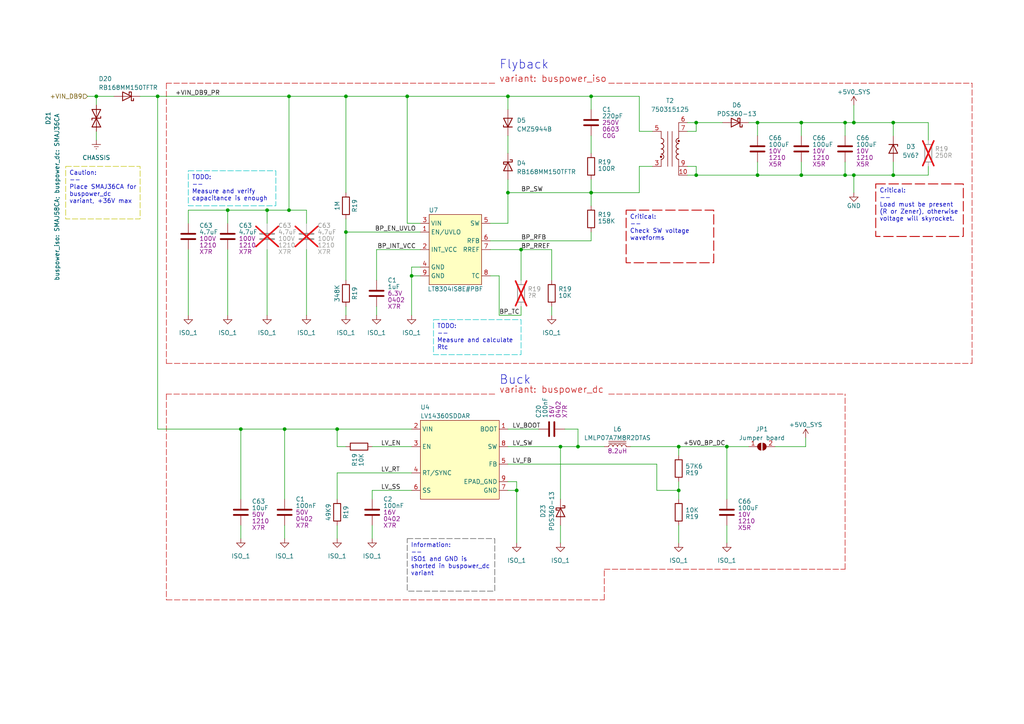
<source format=kicad_sch>
(kicad_sch (version 20230121) (generator eeschema)
  (paper "A4")
  (lib_symbols
    (symbol "Device:C" (pin_numbers hide) (pin_names (offset 0.254))
      (property "Reference" "C" (at 0.635 2.54 0))
      (property "Value" "C" (at 0.635 -2.54 0))
      (symbol "C_0_1"
        (polyline (pts (xy -2.032 -0.762) (xy 2.032 -0.762)) (stroke (width 0.508)))
        (polyline (pts (xy -2.032 0.762) (xy 2.032 0.762)) (stroke (width 0.508)))
      )
      (symbol "C_1_1"
        (pin passive line (at 0 3.81 270) (length 2.794) (name "~") (number "1"))
        (pin passive line (at 0 -3.81 90) (length 2.794) (name "~") (number "2"))
      )
    )
    (symbol "Device:D_Schottky" (pin_numbers hide) (pin_names (offset 1.016) hide)
      (property "Reference" "D" (at 0 2.54 0))
      (property "Value" "D_Schottky" (at 0 -2.54 0))
      (symbol "D_Schottky_0_1"
        (polyline (pts (xy 1.27 0) (xy -1.27 0)))
        (polyline (pts (xy 1.27 1.27) (xy 1.27 -1.27) (xy -1.27 0) (xy 1.27 1.27)) (stroke (width 0.254)))
        (polyline (pts (xy -1.905 0.635) (xy -1.905 1.27) (xy -1.27 1.27) (xy -1.27 -1.27) (xy -0.635 -1.27) (xy -0.635 -0.635)) (stroke (width 0.254)))
      )
      (symbol "D_Schottky_1_1"
        (pin passive line (at -3.81 0 0) (length 2.54) (name "K") (number "1"))
        (pin passive line (at 3.81 0 180) (length 2.54) (name "A") (number "2"))
      )
    )
    (symbol "Device:D_TVS" (pin_numbers hide) (pin_names (offset 1.016) hide)
      (property "Reference" "D" (at 0 2.54 0))
      (property "Value" "D_TVS" (at 0 -2.54 0))
      (symbol "D_TVS_0_1"
        (polyline (pts (xy 1.27 0) (xy -1.27 0)))
        (polyline (pts (xy 0.508 1.27) (xy 0 1.27) (xy 0 -1.27) (xy -0.508 -1.27)) (stroke (width 0.254)))
        (polyline (pts (xy -2.54 1.27) (xy -2.54 -1.27) (xy 2.54 1.27) (xy 2.54 -1.27) (xy -2.54 1.27)) (stroke (width 0.254)))
      )
      (symbol "D_TVS_1_1"
        (pin passive line (at -3.81 0 0) (length 2.54) (name "A1") (number "1"))
        (pin passive line (at 3.81 0 180) (length 2.54) (name "A2") (number "2"))
      )
    )
    (symbol "Device:D_Zener" (pin_numbers hide) (pin_names (offset 1.016) hide)
      (property "Reference" "D" (at 0 2.54 0))
      (property "Value" "D_Zener" (at 0 -2.54 0))
      (symbol "D_Zener_0_1"
        (polyline (pts (xy 1.27 0) (xy -1.27 0)))
        (polyline (pts (xy -1.27 -1.27) (xy -1.27 1.27) (xy -0.762 1.27)) (stroke (width 0.254)))
        (polyline (pts (xy 1.27 -1.27) (xy 1.27 1.27) (xy -1.27 0) (xy 1.27 -1.27)) (stroke (width 0.254)))
      )
      (symbol "D_Zener_1_1"
        (pin passive line (at -3.81 0 0) (length 2.54) (name "K") (number "1"))
        (pin passive line (at 3.81 0 180) (length 2.54) (name "A") (number "2"))
      )
    )
    (symbol "Device:L_Iron" (pin_numbers hide) (pin_names (offset 1.016) hide)
      (property "Reference" "L" (at -1.27 0 90))
      (property "Value" "L_Iron" (at 2.794 0 90))
      (symbol "L_Iron_0_1"
        (arc (start 0 -2.54) (mid 0.6323 -1.905) (end 0 -1.27))
        (arc (start 0 -1.27) (mid 0.6323 -0.635) (end 0 0))
        (polyline (pts (xy 1.016 2.54) (xy 1.016 -2.54)))
        (polyline (pts (xy 1.524 -2.54) (xy 1.524 2.54)))
        (arc (start 0 0) (mid 0.6323 0.635) (end 0 1.27))
        (arc (start 0 1.27) (mid 0.6323 1.905) (end 0 2.54))
      )
      (symbol "L_Iron_1_1"
        (pin passive line (at 0 3.81 270) (length 1.27) (name "1") (number "1"))
        (pin passive line (at 0 -3.81 90) (length 1.27) (name "2") (number "2"))
      )
    )
    (symbol "Device:R" (pin_numbers hide) (pin_names (offset 0))
      (property "Reference" "R" (at 2.032 0 90))
      (property "Value" "R" (at 0 0 90))
      (symbol "R_0_1"
        (rectangle (start -1.016 -2.54) (end 1.016 2.54) (stroke (width 0.254)))
      )
      (symbol "R_1_1"
        (pin passive line (at 0 3.81 270) (length 1.27) (name "~") (number "1"))
        (pin passive line (at 0 -3.81 90) (length 1.27) (name "~") (number "2"))
      )
    )
    (symbol "Jumper:SolderJumper_2_Open" (pin_names (offset 0) hide)
      (property "Reference" "JP" (at 0 2.032 0))
      (property "Value" "SolderJumper_2_Open" (at 0 -2.54 0))
      (symbol "SolderJumper_2_Open_0_1"
        (arc (start -0.254 1.016) (mid -1.2656 0) (end -0.254 -1.016))
        (arc (start -0.254 1.016) (mid -1.2656 0) (end -0.254 -1.016) (fill (type outline)))
        (polyline (pts (xy -0.254 1.016) (xy -0.254 -1.016)))
        (polyline (pts (xy 0.254 1.016) (xy 0.254 -1.016)))
        (arc (start 0.254 -1.016) (mid 1.2656 0) (end 0.254 1.016))
        (arc (start 0.254 -1.016) (mid 1.2656 0) (end 0.254 1.016) (fill (type outline)))
      )
      (symbol "SolderJumper_2_Open_1_1"
        (pin passive line (at -3.81 0 0) (length 2.54) (name "A") (number "1"))
        (pin passive line (at 3.81 0 180) (length 2.54) (name "B") (number "2"))
      )
    )
    (symbol "power:GND" (power) (pin_names (offset 0))
      (property "Value" "GND" (at 0 -3.81 0))
      (symbol "GND_0_1"
        (polyline (pts (xy 0 0) (xy 0 -1.27) (xy 1.27 -1.27) (xy 0 -2.54) (xy -1.27 -1.27) (xy 0 -1.27)))
      )
      (symbol "GND_1_1"
        (pin power_in line (at 0 0 270) (length 0) hide (name "GND") (number "1"))
      )
    )
    (symbol "vhrd_pmic_regulator:LT8304"
      (property "Reference" "U" (at 1.27 1.27 0))
      (property "Value" "LT8304IS8E#PBF" (at 11.43 1.27 0))
      (property "Description" "100VIN Micropower No-Opto Isolated Flyback Converter with 150V/2A Switch" (at 6.35 -25.4 0))
      (symbol "LT8304_1_0"
        (rectangle (start 0 0) (end 15.24 -20.32) (fill (type background)))
      )
      (symbol "LT8304_1_1"
        (pin input line (at -2.54 -5.08 0) (length 2.54) (name "EN/UVLO") (number "1"))
        (pin passive line (at -2.54 -10.16 0) (length 2.54) (name "INT_VCC") (number "2"))
        (pin power_in line (at -2.54 -2.54 0) (length 2.54) (name "VIN") (number "3"))
        (pin power_in line (at -2.54 -15.24 0) (length 2.54) (name "GND") (number "4"))
        (pin output line (at 17.78 -2.54 180) (length 2.54) (name "SW") (number "5"))
        (pin input line (at 17.78 -7.62 180) (length 2.54) (name "RFB") (number "6"))
        (pin input line (at 17.78 -10.16 180) (length 2.54) (name "RREF") (number "7"))
        (pin output line (at 17.78 -17.78 180) (length 2.54) (name "TC") (number "8"))
        (pin power_in line (at -2.54 -17.78 0) (length 2.54) (name "GND") (number "9"))
      )
    )
    (symbol "vhrd_pmic_regulator:LV14360SDDAR"
      (property "Reference" "U" (at 0 5.08 0))
      (property "Value" "LV14360SDDAR" (at 0 2.54 0))
      (symbol "LV14360SDDAR_1_1"
        (rectangle (start 0 0) (end 22.86 -22.86) (fill (type background)))
        (pin passive line (at 25.4 -2.54 180) (length 2.54) (name "BOOT") (number "1"))
        (pin power_in line (at -2.54 -2.54 0) (length 2.54) (name "VIN") (number "2"))
        (pin input line (at -2.54 -7.62 0) (length 2.54) (name "EN") (number "3"))
        (pin input line (at -2.54 -15.24 0) (length 2.54) (name "RT/SYNC") (number "4"))
        (pin input line (at 25.4 -12.7 180) (length 2.54) (name "FB") (number "5"))
        (pin input line (at -2.54 -20.32 0) (length 2.54) (name "SS") (number "6"))
        (pin power_in line (at 25.4 -20.32 180) (length 2.54) (name "GND") (number "7"))
        (pin power_out line (at 25.4 -7.62 180) (length 2.54) (name "SW") (number "8"))
        (pin power_in line (at 25.4 -17.78 180) (length 2.54) (name "EPAD_GND") (number "9"))
      )
    )
    (symbol "vhrd_power:+5V0_SYS" (power) (pin_names (offset 0))
      (property "Value" "+5V0_SYS" (at 0 3.81 0))
      (symbol "+5V0_SYS_0_1"
        (polyline (pts (xy -0.762 1.27) (xy 0 2.54)))
        (polyline (pts (xy 0 0) (xy 0 2.54)))
        (polyline (pts (xy 0 2.54) (xy 0.762 1.27)))
      )
      (symbol "+5V0_SYS_1_1"
        (pin power_in line (at 0 0 90) (length 0) hide (name "+5V0_SYS") (number "1"))
      )
    )
    (symbol "vhrd_power:CHASSIS" (power) (pin_names (offset 0))
      (property "Value" "CHASSIS" (at 0 -3.81 0))
      (symbol "CHASSIS_0_1"
        (polyline (pts (xy -0.635 -1.905) (xy 0.635 -1.905)))
        (polyline (pts (xy -0.127 -2.54) (xy 0.127 -2.54)))
        (polyline (pts (xy 0 -1.27) (xy 0 0)))
        (polyline (pts (xy 1.27 -1.27) (xy -1.27 -1.27)))
      )
      (symbol "CHASSIS_1_1"
        (pin power_in line (at 0 0 270) (length 0) hide (name "CHASSIS") (number "1"))
      )
    )
    (symbol "vhrd_power:ISO_1" (power) (pin_names (offset 0))
      (property "Value" "ISO_1" (at 0 -3.81 0))
      (symbol "ISO_1_0_1"
        (polyline (pts (xy 0 0) (xy 0 -1.27) (xy 1.27 -1.27) (xy 0 -2.54) (xy -1.27 -1.27) (xy 0 -1.27)))
      )
      (symbol "ISO_1_1_1"
        (pin power_in line (at 0 0 270) (length 0) hide (name "ISO_1") (number "1"))
      )
    )
    (symbol "vhrd_transformer:750315125"
      (property "Reference" "T" (at 0 0 0))
      (property "Value" "750315125" (at 0 0 0))
      (symbol "750315125_0_1"
        (circle (center -0.0254 -12.446) (radius 0.254) (fill (type outline)))
        (arc (start 0 -13.208) (mid 0.7587 -12.446) (end 0 -11.684) (stroke (width 0.2032)))
        (arc (start 0 -11.684) (mid 0.7587 -10.922) (end 0 -10.16) (stroke (width 0.2032)))
        (arc (start 0 -10.16) (mid 0.7587 -9.398) (end 0 -8.636) (stroke (width 0.2032)))
        (arc (start 0 -8.636) (mid 0.7587 -7.874) (end 0 -7.112) (stroke (width 0.2032)))
        (polyline (pts (xy 0 -15.24) (xy 0 -13.208)))
        (polyline (pts (xy 0 -7.112) (xy 0 -5.08)))
        (polyline (pts (xy 1.905 -15.24) (xy 1.905 -5.08)))
        (polyline (pts (xy 3.175 -15.24) (xy 3.175 -5.08)))
        (polyline (pts (xy 5.08 -17.78) (xy 5.08 -13.208)))
        (polyline (pts (xy 5.08 -7.112) (xy 5.08 -2.54)))
        (arc (start 5.08 -10.16) (mid 4.321 -10.922) (end 5.08 -11.684) (stroke (width 0.2032)))
        (arc (start 5.08 -8.636) (mid 4.321 -9.398) (end 5.08 -10.16) (stroke (width 0.2032)))
        (circle (center 5.08 -7.874) (radius 0.254) (fill (type outline)))
        (arc (start 5.08 -7.112) (mid 4.321 -7.874) (end 5.08 -8.636) (stroke (width 0.2032)))
      )
      (symbol "750315125_1_1"
        (arc (start 5.08 -11.684) (mid 4.321 -12.446) (end 5.08 -13.208) (stroke (width 0.2032)))
        (pin passive line (at 7.62 -17.78 180) (length 2.54) (name "~") (number "10"))
        (pin passive line (at -2.54 -15.24 0) (length 2.54) (name "~") (number "3"))
        (pin passive line (at -2.54 -5.08 0) (length 2.54) (name "~") (number "5"))
        (pin passive line (at 7.62 -2.54 180) (length 2.54) (name "~") (number "6"))
        (pin passive line (at 7.62 -5.08 180) (length 2.54) (name "~") (number "7"))
        (pin passive line (at 7.62 -15.24 180) (length 2.54) (name "~") (number "9"))
      )
    )
  )
  (junction (at 219.71 35.56))
  (junction (at 247.65 50.8))
  (junction (at 66.04 60.96))
  (junction (at 82.55 124.46))
  (junction (at 210.82 129.54))
  (junction (at 77.47 60.96))
  (junction (at 149.86 142.24))
  (junction (at 245.11 35.56))
  (junction (at 45.72 27.94))
  (junction (at 219.71 50.8))
  (junction (at 167.64 129.54))
  (junction (at 83.82 27.94))
  (junction (at 27.94 27.94))
  (junction (at 118.11 27.94))
  (junction (at 232.41 50.8))
  (junction (at 196.85 129.54))
  (junction (at 97.79 124.46))
  (junction (at 171.45 55.88))
  (junction (at 119.38 80.01))
  (junction (at 83.82 60.96))
  (junction (at 232.41 35.56))
  (junction (at 100.33 27.94))
  (junction (at 100.33 67.31))
  (junction (at 259.08 35.56))
  (junction (at 151.13 72.39))
  (junction (at 201.93 35.56))
  (junction (at 69.85 124.46))
  (junction (at 201.93 50.8))
  (junction (at 147.32 27.94))
  (junction (at 162.56 129.54))
  (junction (at 259.08 50.8))
  (junction (at 171.45 27.94))
  (junction (at 245.11 50.8))
  (junction (at 247.65 35.56))
  (junction (at 196.85 142.24))
  (junction (at 147.32 55.88))
  (wire (pts (xy 245.11 35.56) (xy 247.65 35.56)))
  (wire (pts (xy 151.13 72.39) (xy 151.13 81.28)))
  (wire (pts (xy 147.32 39.37) (xy 147.32 44.45)))
  (wire (pts (xy 77.47 60.96) (xy 77.47 64.77)))
  (polyline (pts (xy 48.26 173.99) (xy 175.26 173.99)) (stroke (width 0) (type dash) (color 194 0 0 1)))
  (wire (pts (xy 245.11 35.56) (xy 245.11 39.37)))
  (wire (pts (xy 201.93 38.1) (xy 201.93 35.56)))
  (wire (pts (xy 147.32 134.62) (xy 190.5 134.62)))
  (wire (pts (xy 247.65 50.8) (xy 245.11 50.8)))
  (wire (pts (xy 269.24 35.56) (xy 259.08 35.56)))
  (wire (pts (xy 69.85 152.4) (xy 69.85 156.21)))
  (wire (pts (xy 162.56 152.4) (xy 162.56 157.48)))
  (wire (pts (xy 88.9 64.77) (xy 88.9 60.96)))
  (wire (pts (xy 77.47 72.39) (xy 77.47 91.44)))
  (wire (pts (xy 232.41 46.99) (xy 232.41 50.8)))
  (wire (pts (xy 97.79 124.46) (xy 97.79 129.54)))
  (wire (pts (xy 190.5 142.24) (xy 196.85 142.24)))
  (wire (pts (xy 269.24 50.8) (xy 259.08 50.8)))
  (wire (pts (xy 66.04 60.96) (xy 77.47 60.96)))
  (wire (pts (xy 160.02 72.39) (xy 160.02 81.28)))
  (wire (pts (xy 97.79 137.16) (xy 119.38 137.16)))
  (wire (pts (xy 109.22 81.28) (xy 109.22 72.39)))
  (wire (pts (xy 171.45 27.94) (xy 185.42 27.94)))
  (wire (pts (xy 82.55 144.78) (xy 82.55 124.46)))
  (wire (pts (xy 82.55 124.46) (xy 97.79 124.46)))
  (wire (pts (xy 190.5 134.62) (xy 190.5 142.24)))
  (wire (pts (xy 196.85 152.4) (xy 196.85 157.48)))
  (wire (pts (xy 142.24 69.85) (xy 171.45 69.85)))
  (wire (pts (xy 171.45 27.94) (xy 147.32 27.94)))
  (wire (pts (xy 201.93 50.8) (xy 199.39 50.8)))
  (wire (pts (xy 269.24 40.64) (xy 269.24 35.56)))
  (wire (pts (xy 199.39 35.56) (xy 201.93 35.56)))
  (wire (pts (xy 33.02 27.94) (xy 27.94 27.94)))
  (wire (pts (xy 163.83 124.46) (xy 167.64 124.46)))
  (polyline (pts (xy 176.53 24.13) (xy 281.94 24.13)) (stroke (width 0) (type dash) (color 194 0 0 1)))
  (wire (pts (xy 171.45 55.88) (xy 185.42 55.88)))
  (wire (pts (xy 147.32 64.77) (xy 147.32 55.88)))
  (wire (pts (xy 109.22 72.39) (xy 121.92 72.39)))
  (wire (pts (xy 210.82 152.4) (xy 210.82 157.48)))
  (wire (pts (xy 219.71 46.99) (xy 219.71 50.8)))
  (wire (pts (xy 210.82 129.54) (xy 217.17 129.54)))
  (wire (pts (xy 88.9 72.39) (xy 88.9 91.44)))
  (wire (pts (xy 247.65 35.56) (xy 247.65 30.48)))
  (wire (pts (xy 144.78 91.44) (xy 151.13 91.44)))
  (wire (pts (xy 97.79 152.4) (xy 97.79 156.21)))
  (wire (pts (xy 259.08 35.56) (xy 247.65 35.56)))
  (wire (pts (xy 100.33 67.31) (xy 100.33 81.28)))
  (wire (pts (xy 45.72 27.94) (xy 83.82 27.94)))
  (wire (pts (xy 217.17 35.56) (xy 219.71 35.56)))
  (wire (pts (xy 54.61 64.77) (xy 54.61 60.96)))
  (polyline (pts (xy 48.26 105.41) (xy 281.94 105.41)) (stroke (width 0) (type dash) (color 194 0 0 1)))
  (wire (pts (xy 45.72 27.94) (xy 45.72 124.46)))
  (wire (pts (xy 171.45 31.75) (xy 171.45 27.94)))
  (polyline (pts (xy 48.26 24.13) (xy 48.26 105.41)) (stroke (width 0) (type dash) (color 194 0 0 1)))
  (wire (pts (xy 185.42 55.88) (xy 185.42 48.26)))
  (wire (pts (xy 40.64 27.94) (xy 45.72 27.94)))
  (wire (pts (xy 27.94 30.48) (xy 27.94 27.94)))
  (wire (pts (xy 54.61 60.96) (xy 66.04 60.96)))
  (wire (pts (xy 210.82 144.78) (xy 210.82 129.54)))
  (wire (pts (xy 66.04 60.96) (xy 66.04 64.77)))
  (wire (pts (xy 247.65 55.88) (xy 247.65 50.8)))
  (wire (pts (xy 171.45 52.07) (xy 171.45 55.88)))
  (wire (pts (xy 119.38 80.01) (xy 121.92 80.01)))
  (wire (pts (xy 171.45 69.85) (xy 171.45 67.31)))
  (wire (pts (xy 100.33 63.5) (xy 100.33 67.31)))
  (wire (pts (xy 162.56 129.54) (xy 162.56 144.78)))
  (wire (pts (xy 224.79 129.54) (xy 233.68 129.54)))
  (wire (pts (xy 118.11 27.94) (xy 147.32 27.94)))
  (wire (pts (xy 171.45 39.37) (xy 171.45 44.45)))
  (wire (pts (xy 182.88 129.54) (xy 196.85 129.54)))
  (wire (pts (xy 82.55 152.4) (xy 82.55 156.21)))
  (wire (pts (xy 147.32 55.88) (xy 171.45 55.88)))
  (wire (pts (xy 69.85 144.78) (xy 69.85 124.46)))
  (wire (pts (xy 149.86 142.24) (xy 147.32 142.24)))
  (polyline (pts (xy 175.26 173.99) (xy 175.26 165.1)) (stroke (width 0) (type dash) (color 194 0 0 1)))
  (wire (pts (xy 149.86 157.48) (xy 149.86 142.24)))
  (wire (pts (xy 66.04 72.39) (xy 66.04 91.44)))
  (wire (pts (xy 245.11 46.99) (xy 245.11 50.8)))
  (wire (pts (xy 88.9 60.96) (xy 83.82 60.96)))
  (wire (pts (xy 97.79 124.46) (xy 119.38 124.46)))
  (wire (pts (xy 185.42 48.26) (xy 189.23 48.26)))
  (wire (pts (xy 151.13 72.39) (xy 160.02 72.39)))
  (wire (pts (xy 259.08 50.8) (xy 247.65 50.8)))
  (wire (pts (xy 77.47 60.96) (xy 83.82 60.96)))
  (wire (pts (xy 196.85 129.54) (xy 196.85 132.08)))
  (wire (pts (xy 142.24 72.39) (xy 151.13 72.39)))
  (wire (pts (xy 27.94 38.1) (xy 27.94 40.64)))
  (wire (pts (xy 219.71 35.56) (xy 232.41 35.56)))
  (wire (pts (xy 69.85 124.46) (xy 82.55 124.46)))
  (polyline (pts (xy 281.94 105.41) (xy 281.94 24.13)) (stroke (width 0) (type dash) (color 194 0 0 1)))
  (wire (pts (xy 171.45 55.88) (xy 171.45 59.69)))
  (wire (pts (xy 119.38 80.01) (xy 119.38 91.44)))
  (wire (pts (xy 199.39 38.1) (xy 201.93 38.1)))
  (wire (pts (xy 25.4 27.94) (xy 27.94 27.94)))
  (wire (pts (xy 149.86 139.7) (xy 149.86 142.24)))
  (wire (pts (xy 245.11 50.8) (xy 232.41 50.8)))
  (wire (pts (xy 121.92 77.47) (xy 119.38 77.47)))
  (wire (pts (xy 109.22 88.9) (xy 109.22 91.44)))
  (wire (pts (xy 232.41 50.8) (xy 219.71 50.8)))
  (wire (pts (xy 107.95 129.54) (xy 119.38 129.54)))
  (wire (pts (xy 100.33 27.94) (xy 118.11 27.94)))
  (wire (pts (xy 147.32 55.88) (xy 147.32 52.07)))
  (wire (pts (xy 142.24 80.01) (xy 144.78 80.01)))
  (polyline (pts (xy 245.11 165.1) (xy 245.11 114.3)) (stroke (width 0) (type dash) (color 194 0 0 1)))
  (wire (pts (xy 45.72 124.46) (xy 69.85 124.46)))
  (polyline (pts (xy 48.26 114.3) (xy 48.26 173.99)) (stroke (width 0) (type dash) (color 194 0 0 1)))
  (wire (pts (xy 54.61 72.39) (xy 54.61 91.44)))
  (wire (pts (xy 201.93 35.56) (xy 209.55 35.56)))
  (wire (pts (xy 142.24 64.77) (xy 147.32 64.77)))
  (wire (pts (xy 233.68 129.54) (xy 233.68 127)))
  (wire (pts (xy 259.08 46.99) (xy 259.08 50.8)))
  (wire (pts (xy 121.92 64.77) (xy 118.11 64.77)))
  (wire (pts (xy 219.71 50.8) (xy 201.93 50.8)))
  (wire (pts (xy 147.32 124.46) (xy 156.21 124.46)))
  (wire (pts (xy 232.41 35.56) (xy 232.41 39.37)))
  (wire (pts (xy 199.39 48.26) (xy 201.93 48.26)))
  (wire (pts (xy 100.33 55.88) (xy 100.33 27.94)))
  (wire (pts (xy 100.33 88.9) (xy 100.33 91.44)))
  (wire (pts (xy 196.85 144.78) (xy 196.85 142.24)))
  (wire (pts (xy 259.08 39.37) (xy 259.08 35.56)))
  (wire (pts (xy 119.38 77.47) (xy 119.38 80.01)))
  (wire (pts (xy 196.85 129.54) (xy 210.82 129.54)))
  (polyline (pts (xy 143.51 114.3) (xy 48.26 114.3)) (stroke (width 0) (type dash) (color 194 0 0 1)))
  (polyline (pts (xy 175.26 165.1) (xy 245.11 165.1)) (stroke (width 0) (type dash) (color 194 0 0 1)))
  (wire (pts (xy 162.56 129.54) (xy 167.64 129.54)))
  (wire (pts (xy 196.85 142.24) (xy 196.85 139.7)))
  (wire (pts (xy 151.13 91.44) (xy 151.13 88.9)))
  (wire (pts (xy 160.02 88.9) (xy 160.02 91.44)))
  (wire (pts (xy 147.32 139.7) (xy 149.86 139.7)))
  (wire (pts (xy 100.33 67.31) (xy 121.92 67.31)))
  (wire (pts (xy 185.42 38.1) (xy 185.42 27.94)))
  (wire (pts (xy 147.32 27.94) (xy 147.32 31.75)))
  (wire (pts (xy 97.79 129.54) (xy 100.33 129.54)))
  (wire (pts (xy 147.32 129.54) (xy 162.56 129.54)))
  (wire (pts (xy 107.95 142.24) (xy 119.38 142.24)))
  (wire (pts (xy 83.82 60.96) (xy 83.82 27.94)))
  (wire (pts (xy 201.93 48.26) (xy 201.93 50.8)))
  (wire (pts (xy 107.95 152.4) (xy 107.95 156.21)))
  (wire (pts (xy 107.95 144.78) (xy 107.95 142.24)))
  (polyline (pts (xy 176.53 114.3) (xy 245.11 114.3)) (stroke (width 0) (type dash) (color 194 0 0 1)))
  (wire (pts (xy 219.71 35.56) (xy 219.71 39.37)))
  (wire (pts (xy 232.41 35.56) (xy 245.11 35.56)))
  (wire (pts (xy 144.78 80.01) (xy 144.78 91.44)))
  (wire (pts (xy 97.79 137.16) (xy 97.79 144.78)))
  (wire (pts (xy 167.64 129.54) (xy 175.26 129.54)))
  (wire (pts (xy 167.64 124.46) (xy 167.64 129.54)))
  (wire (pts (xy 118.11 64.77) (xy 118.11 27.94)))
  (polyline (pts (xy 143.51 24.13) (xy 48.26 24.13)) (stroke (width 0) (type dash) (color 194 0 0 1)))
  (wire (pts (xy 269.24 48.26) (xy 269.24 50.8)))
  (wire (pts (xy 83.82 27.94) (xy 100.33 27.94)))
  (wire (pts (xy 189.23 38.1) (xy 185.42 38.1)))
  (text_box "Critical:\n--\nLoad must be present (R or Zener), otherwise voltage will skyrocket." (at 254 53.34 0) (size 25.4 15.24) (stroke (width 0.254) (type dash) (color 194 0 0 1)) (effects (font (size 1.27 1.27)) (justify left top)))
  (text_box "Critical:\n--\nCheck SW voltage waveforms" (at 181.61 60.96 0) (size 25.4 15.24) (stroke (width 0.254) (type dash) (color 194 0 0 1)) (effects (font (size 1.27 1.27)) (justify left top)))
  (text_box "TODO:\n--\nMeasure and calculate Rtc" (at 125.73 92.71 0) (size 25.4 10.16) (stroke (width 0.1524) (type dash) (color 0 194 194 1)) (effects (font (size 1.27 1.27)) (justify left top)))
  (text_box "Caution:\n--\nPlace SMAJ36CA for buspower_dc variant, +36V max" (at 19.05 48.26 0) (size 21.59 15.24) (stroke (width 0.1524) (type dash) (color 194 194 0 1)) (effects (font (size 1.27 1.27)) (justify left top)))
  (text_box "Information:\n--\nISO1 and GND is shorted in buspower_dc variant\n" (at 118.11 156.21 0) (size 25.4 15.24) (stroke (width 0.1524) (type dash) (color 72 72 72 1)) (effects (font (size 1.27 1.27)) (justify left top)))
  (text_box "TODO:\n--\nMeasure and verify capacitance is enough" (at 54.61 49.53 0) (size 25.4 10.16) (stroke (width 0.1524) (type dash) (color 0 194 194 1)) (effects (font (size 1.27 1.27)) (justify left top)))
  (text "variant: buspower_dc" (at 144.78 114.3 0) (effects (font (size 1.905 1.905)) (justify left bottom)))
  (text "variant: buspower_iso" (at 144.78 24.13 0) (effects (font (size 1.905 1.905)) (justify left bottom)))
  (text "Buck" (at 144.78 111.76 0) (effects (font (size 2.54 2.54)) (justify left bottom)))
  (text "Flyback" (at 144.78 20.32 0) (effects (font (size 2.54 2.54)) (justify left bottom)))
  (label "LV_RT" (at 110.49 137.16 0))
  (label "LV_FB" (at 148.59 134.62 0))
  (label "BP_RREF" (at 151.13 72.39 0))
  (label "+VIN_DB9_PR" (at 50.8 27.94 0))
  (label "+5V0_BP_DC" (at 198.12 129.54 0))
  (label "BP_TC" (at 144.78 91.44 0))
  (label "BP_RFB" (at 151.13 69.85 0))
  (label "BP_INT_VCC" (at 120.65 72.39 180))
  (label "LV_EN" (at 110.49 129.54 0))
  (label "BP_EN_UVLO" (at 120.65 67.31 180))
  (label "BP_SW" (at 151.13 55.88 0))
  (label "LV_BOOT" (at 148.59 124.46 0))
  (label "LV_SW" (at 148.59 129.54 0))
  (label "LV_SS" (at 110.49 142.24 0))
  (hierarchical_label "+VIN_DB9" (shape input) (at 25.4 27.94 180))
  (symbol (lib_id "vhrd_power:+5V0_SYS") (at 247.65 30.48 0) (unit 1)
    (property "Reference" "#PWR084" (effects hide))
    (property "Value" "+5V0_SYS" (at 247.65 26.67 0))
    (instances (project "vb125_eth_fdcan_pro" (path "" (reference "#PWR084") (unit 1)) (path "" (reference "#PWR0203") (unit 1))))
  )
  (symbol (lib_id "Device:D_Zener") (at 147.32 35.56 90) (unit 1)
    (property "Reference" "D5" (at 149.86 34.925 90) (effects (justify right)))
    (property "Value" "CMZ5944B" (at 149.86 37.465 90) (effects (justify right)))
    (property "Footprint" "Diode_SMD:D_SMA" (effects hide))
  )
  (symbol (lib_id "Device:C") (at 171.45 35.56 0) (unit 1)
    (property "Reference" "C1" (at 174.625 31.75 0) (effects (justify left)))
    (property "Value" "220pF" (at 174.625 33.655 0) (effects (justify left)))
    (property "Footprint" "Capacitor_SMD:C_0603_1608Metric" (effects hide))
    (property "Voltage" "250V" (at 174.625 35.56 0) (effects (justify left)))
    (property "Dielectric" "C0G" (at 174.625 39.37 0) (effects (justify left)))
    (property "Package" "0603" (at 174.625 37.465 0) (effects (justify left)))
    (property "Vworking" "20V" (effects hide))
    (instances (project "vb125_eth_fdcan_pro" (path "" (reference "C1") (unit 1)) (path "" (reference "C15") (unit 1)) (path "" (reference "C41") (unit 1)) (path "" (reference "C42") (unit 1)) (path "" (reference "C50") (unit 1))))
  )
  (symbol (lib_id "Device:C") (at 160.02 124.46 90) (unit 1)
    (property "Reference" "C20" (at 156.21 121.285 0) (effects (justify left)))
    (property "Value" "100nF" (at 158.115 121.285 0) (effects (justify left)))
    (property "Footprint" "Capacitor_SMD:C_0402_1005Metric" (effects hide))
    (property "Voltage" "16V" (at 160.02 121.285 0) (effects (justify left)))
    (property "Dielectric" "X7R" (at 163.83 121.285 0) (effects (justify left)))
    (property "Package" "0402" (at 161.925 121.285 0) (effects (justify left)))
    (property "Vworking" "3.3V" (effects hide))
    (instances (project "vb125_eth_fdcan_pro" (path "" (reference "C20") (unit 1)) (path "" (reference "C111") (unit 1))))
  )
  (symbol (lib_id "vhrd_power:CHASSIS") (at 27.94 40.64 0) (mirror y) (unit 1)
    (property "Reference" "#PWR0153" (effects hide))
    (property "Value" "CHASSIS" (at 27.94 45.72 0))
    (instances (project "vb125_eth_fdcan_pro" (path "" (reference "#PWR0153") (unit 1)) (path "" (reference "#PWR0165") (unit 1)) (path "" (reference "#PWR0166") (unit 1))))
  )
  (symbol (lib_id "vhrd_power:ISO_1") (at 119.38 91.44 0) (mirror y) (unit 1)
    (property "Reference" "#PWR0161" (effects hide))
    (property "Value" "ISO_1" (at 119.38 96.52 0))
    (instances (project "vb125_eth_fdcan_pro" (path "" (reference "#PWR0161") (unit 1)) (path "" (reference "#PWR093") (unit 1))))
  )
  (symbol (lib_id "Device:C") (at 88.9 68.58 0) (unit 1) (dnp yes)
    (property "Reference" "C63" (at 92.075 65.405 0) (effects (justify left)))
    (property "Value" "4.7uF" (at 92.075 67.31 0) (effects (justify left)))
    (property "Footprint" "Capacitor_SMD:C_1210_3225Metric" (effects hide))
    (property "Voltage" "100V" (at 92.075 69.215 0) (effects (justify left)))
    (property "Mpn1" "Samsung:CL32B475KCVZW6E" (effects hide))
    (property "Dielectric" "X7R" (at 92.075 73.025 0) (effects (justify left)))
    (property "Package" "1210" (at 92.075 71.12 0) (effects (justify left)))
    (instances (project "vb125_eth_fdcan_pro" (path "" (reference "C63") (unit 1)) (path "" (reference "C110") (unit 1))))
  )
  (symbol (lib_id "Device:D_Zener") (at 259.08 43.18 270) (unit 1)
    (property "Reference" "D3" (at 264.16 42.545 90))
    (property "Value" "5V6?" (at 264.16 45.085 90))
    (property "Footprint" "Diode_SMD:D_SOD-323" (effects hide))
  )
  (symbol (lib_id "Device:C") (at 107.95 148.59 0) (unit 1)
    (property "Reference" "C2" (at 111.125 144.78 0) (effects (justify left)))
    (property "Value" "100nF" (at 111.125 146.685 0) (effects (justify left)))
    (property "Footprint" "Capacitor_SMD:C_0402_1005Metric" (effects hide))
    (property "Voltage" "16V" (at 111.125 148.59 0) (effects (justify left)))
    (property "Dielectric" "X7R" (at 111.125 152.4 0) (effects (justify left)))
    (property "Package" "0402" (at 111.125 150.495 0) (effects (justify left)))
    (property "Vworking" "3.3V" (effects hide))
    (instances (project "vb125_eth_fdcan_pro" (path "" (reference "C2") (unit 1)) (path "" (reference "C106") (unit 1))))
  )
  (symbol (lib_id "power:GND") (at 247.65 55.88 0) (unit 1)
    (property "Reference" "#PWR020" (effects hide))
    (property "Value" "GND" (at 247.65 59.69 0))
    (instances (project "vb125_eth_fdcan_pro" (path "" (reference "#PWR020") (unit 1)) (path "" (reference "#PWR068") (unit 1)) (path "" (reference "#PWR079") (unit 1)) (path "" (reference "#PWR0204") (unit 1))))
  )
  (symbol (lib_id "vhrd_power:ISO_1") (at 66.04 91.44 0) (mirror y) (unit 1)
    (property "Reference" "#PWR0161" (effects hide))
    (property "Value" "ISO_1" (at 66.04 96.52 0))
    (instances (project "vb125_eth_fdcan_pro" (path "" (reference "#PWR0161") (unit 1)) (path "" (reference "#PWR0108") (unit 1))))
  )
  (symbol (lib_id "vhrd_power:ISO_1") (at 82.55 156.21 0) (mirror y) (unit 1)
    (property "Reference" "#PWR0161" (effects hide))
    (property "Value" "ISO_1" (at 82.55 161.29 0))
    (instances (project "vb125_eth_fdcan_pro" (path "" (reference "#PWR0161") (unit 1)) (path "" (reference "#PWR0106") (unit 1))))
  )
  (symbol (lib_id "vhrd_power:ISO_1") (at 162.56 157.48 0) (mirror y) (unit 1)
    (property "Reference" "#PWR0161" (effects hide))
    (property "Value" "ISO_1" (at 162.56 162.56 0))
    (instances (project "vb125_eth_fdcan_pro" (path "" (reference "#PWR0161") (unit 1)) (path "" (reference "#PWR0144") (unit 1))))
  )
  (symbol (lib_id "Device:D_TVS") (at 27.94 34.29 270) (mirror x) (unit 1)
    (property "Reference" "D21" (at 13.97 34.29 0))
    (property "Value" "buspower_iso: SMAJ58CA; buspower_dc: SMAJ36CA" (at 16.51 57.15 0))
    (property "Footprint" "Diode_SMD:D_SMA" (effects hide))
  )
  (symbol (lib_id "vhrd_power:ISO_1") (at 160.02 91.44 0) (mirror y) (unit 1)
    (property "Reference" "#PWR0161" (effects hide))
    (property "Value" "ISO_1" (at 160.02 96.52 0))
    (instances (project "vb125_eth_fdcan_pro" (path "" (reference "#PWR0161") (unit 1)) (path "" (reference "#PWR078") (unit 1))))
  )
  (symbol (lib_id "vhrd_power:ISO_1") (at 100.33 91.44 0) (mirror y) (unit 1)
    (property "Reference" "#PWR0161" (effects hide))
    (property "Value" "ISO_1" (at 100.33 96.52 0))
    (instances (project "vb125_eth_fdcan_pro" (path "" (reference "#PWR0161") (unit 1)) (path "" (reference "#PWR095") (unit 1))))
  )
  (symbol (lib_id "vhrd_power:ISO_1") (at 210.82 157.48 0) (mirror y) (unit 1)
    (property "Reference" "#PWR0161" (effects hide))
    (property "Value" "ISO_1" (at 210.82 162.56 0))
    (instances (project "vb125_eth_fdcan_pro" (path "" (reference "#PWR0161") (unit 1)) (path "" (reference "#PWR0146") (unit 1))))
  )
  (symbol (lib_id "Device:R") (at 171.45 48.26 0) (unit 1)
    (property "Reference" "R19" (at 173.355 46.99 0) (effects (justify left)))
    (property "Value" "100R" (at 173.355 48.895 0) (effects (justify left)))
    (property "Footprint" "Resistor_SMD:R_0402_1005Metric" (effects hide))
    (instances (project "vb125_eth_fdcan_pro" (path "" (reference "R19") (unit 1)) (path "" (reference "R38") (unit 1)) (path "" (reference "R39") (unit 1)) (path "" (reference "R50") (unit 1))))
  )
  (symbol (lib_id "Device:C") (at 69.85 148.59 0) (unit 1)
    (property "Reference" "C63" (at 73.025 145.415 0) (effects (justify left)))
    (property "Value" "10uF" (at 73.025 147.32 0) (effects (justify left)))
    (property "Footprint" "Capacitor_SMD:C_1210_3225Metric" (effects hide))
    (property "Voltage" "50V" (at 73.025 149.225 0) (effects (justify left)))
    (property "Mpn1" "Samsung:CL32B106KBJNNNE" (effects hide))
    (property "Dielectric" "X7R" (at 73.025 153.035 0) (effects (justify left)))
    (property "Package" "1210" (at 73.025 151.13 0) (effects (justify left)))
    (instances (project "vb125_eth_fdcan_pro" (path "" (reference "C63") (unit 1)) (path "" (reference "C80") (unit 1))))
  )
  (symbol (lib_id "Device:R") (at 171.45 63.5 0) (unit 1)
    (property "Reference" "R19" (at 173.355 62.23 0) (effects (justify left)))
    (property "Value" "158K" (at 173.355 64.135 0) (effects (justify left)))
    (property "Footprint" "Resistor_SMD:R_0402_1005Metric" (effects hide))
    (instances (project "vb125_eth_fdcan_pro" (path "" (reference "R19") (unit 1)) (path "" (reference "R38") (unit 1)) (path "" (reference "R39") (unit 1)) (path "" (reference "R49") (unit 1))))
  )
  (symbol (lib_id "Device:D_Schottky") (at 213.36 35.56 180) (unit 1)
    (property "Reference" "D6" (at 213.6775 30.48 0))
    (property "Value" "PDS360-13" (at 213.6775 33.02 0))
    (property "Footprint" "Diode_SMD:D_PowerDI-5" (effects hide))
    (property "Datasheet" "https://www.diodes.com/assets/Datasheets/ds30479.pdf" (effects hide))
    (property "Vrated" "60V" (effects hide))
    (property "Irated" "3A" (effects hide))
  )
  (symbol (lib_id "vhrd_power:ISO_1") (at 196.85 157.48 0) (mirror y) (unit 1)
    (property "Reference" "#PWR0161" (effects hide))
    (property "Value" "ISO_1" (at 196.85 162.56 0))
    (instances (project "vb125_eth_fdcan_pro" (path "" (reference "#PWR0161") (unit 1)) (path "" (reference "#PWR0145") (unit 1))))
  )
  (symbol (lib_id "vhrd_power:ISO_1") (at 54.61 91.44 0) (mirror y) (unit 1)
    (property "Reference" "#PWR0161" (effects hide))
    (property "Value" "ISO_1" (at 54.61 96.52 0))
    (instances (project "vb125_eth_fdcan_pro" (path "" (reference "#PWR0161") (unit 1)) (path "" (reference "#PWR0109") (unit 1))))
  )
  (symbol (lib_id "vhrd_pmic_regulator:LT8304") (at 124.46 62.23 0) (unit 1)
    (property "Reference" "U7" (at 125.73 60.96 0))
    (property "Value" "LT8304IS8E#PBF" (at 132.08 83.82 0))
    (property "Footprint" "vhrd_generic:SOIC-8-ANALOG" (effects hide))
    (property "Datasheet" "https://www.analog.com/media/en/technical-documentation/data-sheets/8304fa.pdf" (effects hide))
    (property "Description" "100VIN Micropower No-Opto Isolated Flyback Converter with 150V/2A Switch" (effects hide))
  )
  (symbol (lib_id "vhrd_power:ISO_1") (at 88.9 91.44 0) (mirror y) (unit 1)
    (property "Reference" "#PWR0161" (effects hide))
    (property "Value" "ISO_1" (at 88.9 96.52 0))
    (instances (project "vb125_eth_fdcan_pro" (path "" (reference "#PWR0161") (unit 1)) (path "" (reference "#PWR0168") (unit 1))))
  )
  (symbol (lib_id "Device:C") (at 245.11 43.18 0) (unit 1)
    (property "Reference" "C66" (at 248.285 40.005 0) (effects (justify left)))
    (property "Value" "100uF" (at 248.285 41.91 0) (effects (justify left)))
    (property "Footprint" "Capacitor_SMD:C_1210_3225Metric" (effects hide))
    (property "Voltage" "10V" (at 248.285 43.815 0) (effects (justify left)))
    (property "Mpn1" "Murata:GRM32ER61A107ME20K" (effects hide))
    (property "Dielectric" "X5R" (at 248.285 47.625 0) (effects (justify left)))
    (property "Package" "1210" (at 248.285 45.72 0) (effects (justify left)))
    (instances (project "vb125_eth_fdcan_pro" (path "" (reference "C66") (unit 1)) (path "" (reference "C91") (unit 1))))
  )
  (symbol (lib_id "Device:C") (at 109.22 85.09 0) (unit 1)
    (property "Reference" "C1" (at 112.395 81.28 0) (effects (justify left)))
    (property "Value" "1uF" (at 112.395 83.185 0) (effects (justify left)))
    (property "Footprint" "Capacitor_SMD:C_0402_1005Metric" (effects hide))
    (property "Voltage" "6.3V" (at 112.395 85.09 0) (effects (justify left)))
    (property "Dielectric" "X7R" (at 112.395 88.9 0) (effects (justify left)))
    (property "Package" "0402" (at 112.395 86.995 0) (effects (justify left)))
    (property "Vworking" "20V" (effects hide))
    (instances (project "vb125_eth_fdcan_pro" (path "" (reference "C1") (unit 1)) (path "" (reference "C15") (unit 1)) (path "" (reference "C41") (unit 1)) (path "" (reference "C42") (unit 1)) (path "" (reference "C49") (unit 1))))
  )
  (symbol (lib_id "Jumper:SolderJumper_2_Open") (at 220.98 129.54 0) (unit 1) (in_bom no)
    (property "Reference" "JP1" (at 220.98 124.46 0))
    (property "Value" "Jumper board" (at 220.98 127 0))
    (property "Footprint" "vhrd_generic:PCB_JUMPER" (effects hide))
  )
  (symbol (lib_id "Device:R") (at 100.33 85.09 0) (unit 1)
    (property "Reference" "R19" (at 102.87 85.09 90))
    (property "Value" "348K" (at 97.79 85.09 90))
    (property "Footprint" "Resistor_SMD:R_0402_1005Metric" (effects hide))
    (instances (project "vb125_eth_fdcan_pro" (path "" (reference "R19") (unit 1)) (path "" (reference "R38") (unit 1)) (path "" (reference "R39") (unit 1)) (path "" (reference "R46") (unit 1))))
  )
  (symbol (lib_id "Device:C") (at 232.41 43.18 0) (unit 1)
    (property "Reference" "C66" (at 235.585 40.005 0) (effects (justify left)))
    (property "Value" "100uF" (at 235.585 41.91 0) (effects (justify left)))
    (property "Footprint" "Capacitor_SMD:C_1210_3225Metric" (effects hide))
    (property "Voltage" "10V" (at 235.585 43.815 0) (effects (justify left)))
    (property "Mpn1" "Murata:GRM32ER61A107ME20K" (effects hide))
    (property "Dielectric" "X5R" (at 235.585 47.625 0) (effects (justify left)))
    (property "Package" "1210" (at 235.585 45.72 0) (effects (justify left)))
    (instances (project "vb125_eth_fdcan_pro" (path "" (reference "C66") (unit 1)) (path "" (reference "C90") (unit 1))))
  )
  (symbol (lib_id "Device:D_Schottky") (at 162.56 148.59 270) (unit 1)
    (property "Reference" "D23" (at 157.48 148.2725 0))
    (property "Value" "PDS360-13" (at 160.02 148.2725 0))
    (property "Footprint" "Diode_SMD:D_PowerDI-5" (effects hide))
    (property "Datasheet" "https://www.diodes.com/assets/Datasheets/ds30479.pdf" (effects hide))
    (property "Vrated" "60V" (effects hide))
    (property "Irated" "3A" (effects hide))
  )
  (symbol (lib_id "Device:C") (at 54.61 68.58 0) (unit 1)
    (property "Reference" "C63" (at 57.785 65.405 0) (effects (justify left)))
    (property "Value" "4.7uF" (at 57.785 67.31 0) (effects (justify left)))
    (property "Footprint" "Capacitor_SMD:C_1210_3225Metric" (effects hide))
    (property "Voltage" "100V" (at 57.785 69.215 0) (effects (justify left)))
    (property "Mpn1" "Samsung:CL32B475KCVZW6E" (effects hide))
    (property "Dielectric" "X7R" (at 57.785 73.025 0) (effects (justify left)))
    (property "Package" "1210" (at 57.785 71.12 0) (effects (justify left)))
    (instances (project "vb125_eth_fdcan_pro" (path "" (reference "C63") (unit 1)) (path "" (reference "C109") (unit 1))))
  )
  (symbol (lib_id "vhrd_power:ISO_1") (at 77.47 91.44 0) (mirror y) (unit 1)
    (property "Reference" "#PWR0161" (effects hide))
    (property "Value" "ISO_1" (at 77.47 96.52 0))
    (instances (project "vb125_eth_fdcan_pro" (path "" (reference "#PWR0161") (unit 1)) (path "" (reference "#PWR0107") (unit 1))))
  )
  (symbol (lib_id "vhrd_power:+5V0_SYS") (at 233.68 127 0) (unit 1)
    (property "Reference" "#PWR084" (effects hide))
    (property "Value" "+5V0_SYS" (at 233.68 123.19 0))
    (instances (project "vb125_eth_fdcan_pro" (path "" (reference "#PWR084") (unit 1)) (path "" (reference "#PWR0147") (unit 1))))
  )
  (symbol (lib_id "vhrd_power:ISO_1") (at 109.22 91.44 0) (mirror y) (unit 1)
    (property "Reference" "#PWR0161" (effects hide))
    (property "Value" "ISO_1" (at 109.22 96.52 0))
    (instances (project "vb125_eth_fdcan_pro" (path "" (reference "#PWR0161") (unit 1)) (path "" (reference "#PWR094") (unit 1))))
  )
  (symbol (lib_id "Device:L_Iron") (at 179.07 129.54 90) (unit 1)
    (property "Reference" "L6" (at 179.07 124.46 90))
    (property "Value" "LMLP07A7M8R2DTAS" (at 179.07 127 90))
    (property "Footprint" "vhrd_inductor:LMLP07A7" (effects hide))
    (property "Datasheet" "https://datasheets.kyocera-avx.com/LMLPD.pdf" (effects hide))
    (property "Irated" "4.5A" (effects hide))
    (property "Inductance" "8.2uH" (at 179.07 130.81 90))
    (property "Isat" "6A" (effects hide))
  )
  (symbol (lib_id "Device:R") (at 160.02 85.09 0) (unit 1)
    (property "Reference" "R19" (at 161.925 83.82 0) (effects (justify left)))
    (property "Value" "10K" (at 161.925 85.725 0) (effects (justify left)))
    (property "Footprint" "Resistor_SMD:R_0402_1005Metric" (effects hide))
    (instances (project "vb125_eth_fdcan_pro" (path "" (reference "R19") (unit 1)) (path "" (reference "R38") (unit 1)) (path "" (reference "R39") (unit 1)) (path "" (reference "R47") (unit 1))))
  )
  (symbol (lib_id "Device:R") (at 104.14 129.54 90) (mirror x) (unit 1)
    (property "Reference" "R19" (at 102.87 131.445 0) (effects (justify left)))
    (property "Value" "10K" (at 104.775 131.445 0) (effects (justify left)))
    (property "Footprint" "Resistor_SMD:R_0402_1005Metric" (effects hide))
    (instances (project "vb125_eth_fdcan_pro" (path "" (reference "R19") (unit 1)) (path "" (reference "R38") (unit 1)) (path "" (reference "R39") (unit 1)) (path "" (reference "R95") (unit 1))))
  )
  (symbol (lib_id "Device:C") (at 210.82 148.59 0) (unit 1)
    (property "Reference" "C66" (at 213.995 145.415 0) (effects (justify left)))
    (property "Value" "100uF" (at 213.995 147.32 0) (effects (justify left)))
    (property "Footprint" "Capacitor_SMD:C_1210_3225Metric" (effects hide))
    (property "Voltage" "10V" (at 213.995 149.225 0) (effects (justify left)))
    (property "Mpn1" "Murata:GRM32ER61A107ME20K" (effects hide))
    (property "Dielectric" "X5R" (at 213.995 153.035 0) (effects (justify left)))
    (property "Package" "1210" (at 213.995 151.13 0) (effects (justify left)))
    (instances (project "vb125_eth_fdcan_pro" (path "" (reference "C66") (unit 1)) (path "" (reference "C112") (unit 1))))
  )
  (symbol (lib_id "Device:C") (at 82.55 148.59 0) (unit 1)
    (property "Reference" "C1" (at 85.725 144.78 0) (effects (justify left)))
    (property "Value" "100nF" (at 85.725 146.685 0) (effects (justify left)))
    (property "Footprint" "Capacitor_SMD:C_0402_1005Metric" (effects hide))
    (property "Voltage" "50V" (at 85.725 148.59 0) (effects (justify left)))
    (property "Dielectric" "X7R" (at 85.725 152.4 0) (effects (justify left)))
    (property "Package" "0402" (at 85.725 150.495 0) (effects (justify left)))
    (property "Vworking" "36V" (effects hide))
    (instances (project "vb125_eth_fdcan_pro" (path "" (reference "C1") (unit 1)) (path "" (reference "C15") (unit 1)) (path "" (reference "C41") (unit 1)) (path "" (reference "C42") (unit 1)) (path "" (reference "C105") (unit 1))))
  )
  (symbol (lib_id "vhrd_power:ISO_1") (at 107.95 156.21 0) (mirror y) (unit 1)
    (property "Reference" "#PWR0161" (effects hide))
    (property "Value" "ISO_1" (at 107.95 161.29 0))
    (instances (project "vb125_eth_fdcan_pro" (path "" (reference "#PWR0161") (unit 1)) (path "" (reference "#PWR0102") (unit 1))))
  )
  (symbol (lib_id "vhrd_pmic_regulator:LV14360SDDAR") (at 121.92 121.92 0) (unit 1)
    (property "Reference" "U4" (at 121.92 118.11 0) (effects (justify left)))
    (property "Value" "LV14360SDDAR" (at 121.92 120.65 0) (effects (justify left)))
    (property "Footprint" "Package_SO:SOIC-8-1EP_3.9x4.9mm_P1.27mm_EP2.95x4.9mm_Mask2.71x3.4mm_ThermalVias" (effects hide))
    (property "Datasheet" "https://www.ti.com/lit/ds/symlink/lv14360.pdf" (effects hide))
  )
  (symbol (lib_id "Device:R") (at 196.85 148.59 0) (mirror x) (unit 1)
    (property "Reference" "R19" (at 198.755 149.86 0) (effects (justify left)))
    (property "Value" "10K" (at 198.755 147.955 0) (effects (justify left)))
    (property "Footprint" "Resistor_SMD:R_0402_1005Metric" (effects hide))
    (instances (project "vb125_eth_fdcan_pro" (path "" (reference "R19") (unit 1)) (path "" (reference "R38") (unit 1)) (path "" (reference "R39") (unit 1)) (path "" (reference "R97") (unit 1))))
  )
  (symbol (lib_id "Device:R") (at 100.33 59.69 0) (unit 1)
    (property "Reference" "R19" (at 102.87 59.69 90))
    (property "Value" "1M" (at 97.79 59.69 90))
    (property "Footprint" "Resistor_SMD:R_0402_1005Metric" (effects hide))
    (instances (project "vb125_eth_fdcan_pro" (path "" (reference "R19") (unit 1)) (path "" (reference "R38") (unit 1)) (path "" (reference "R39") (unit 1)) (path "" (reference "R45") (unit 1))))
  )
  (symbol (lib_id "Device:R") (at 269.24 44.45 0) (unit 1) (in_bom no) (dnp yes)
    (property "Reference" "R19" (at 271.145 43.18 0) (effects (justify left)))
    (property "Value" "250R" (at 271.145 45.085 0) (effects (justify left)))
    (property "Footprint" "Resistor_SMD:R_0603_1608Metric" (effects hide))
    (property "Power" "0.1W" (effects hide))
    (instances (project "vb125_eth_fdcan_pro" (path "" (reference "R19") (unit 1)) (path "" (reference "R38") (unit 1)) (path "" (reference "R39") (unit 1)) (path "" (reference "R94") (unit 1))))
  )
  (symbol (lib_id "Device:R") (at 196.85 135.89 0) (mirror x) (unit 1)
    (property "Reference" "R19" (at 198.755 137.16 0) (effects (justify left)))
    (property "Value" "57K6" (at 198.755 135.255 0) (effects (justify left)))
    (property "Footprint" "Resistor_SMD:R_0402_1005Metric" (effects hide))
    (instances (project "vb125_eth_fdcan_pro" (path "" (reference "R19") (unit 1)) (path "" (reference "R38") (unit 1)) (path "" (reference "R39") (unit 1)) (path "" (reference "R98") (unit 1))))
  )
  (symbol (lib_id "Device:D_Schottky") (at 147.32 48.26 270) (unit 1)
    (property "Reference" "D4" (at 149.86 47.3075 90) (effects (justify left)))
    (property "Value" "RB168MM150TFTR" (at 149.86 49.8475 90) (effects (justify left)))
    (property "Footprint" "Diode_SMD:D_SOD-123F" (effects hide))
    (property "Datasheet" "https://fscdn.rohm.com/en/products/databook/datasheet/discrete/diode/schottky_barrier/rb168mm150tftr-e.pdf" (effects hide))
  )
  (symbol (lib_id "vhrd_transformer:750315125") (at 191.77 33.02 0) (unit 1)
    (property "Reference" "T2" (at 194.31 29.21 0))
    (property "Value" "750315125" (at 194.31 31.75 0))
    (property "Footprint" "vhrd_transformer:750315125" (effects hide))
    (property "Datasheet" "https://media.digikey.com/pdf/Data%20Sheets/Wurth%20Electronics%20PDFs/750315125_Dwg~.pdf" (effects hide))
  )
  (symbol (lib_id "Device:R") (at 151.13 85.09 0) (unit 1) (dnp yes)
    (property "Reference" "R19" (at 153.035 83.82 0) (effects (justify left)))
    (property "Value" "?R" (at 153.035 85.725 0) (effects (justify left)))
    (property "Footprint" "Resistor_SMD:R_0402_1005Metric" (effects hide))
    (instances (project "vb125_eth_fdcan_pro" (path "" (reference "R19") (unit 1)) (path "" (reference "R38") (unit 1)) (path "" (reference "R39") (unit 1)) (path "" (reference "R48") (unit 1))))
  )
  (symbol (lib_id "vhrd_power:ISO_1") (at 97.79 156.21 0) (mirror y) (unit 1)
    (property "Reference" "#PWR0161" (effects hide))
    (property "Value" "ISO_1" (at 97.79 161.29 0))
    (instances (project "vb125_eth_fdcan_pro" (path "" (reference "#PWR0161") (unit 1)) (path "" (reference "#PWR0104") (unit 1))))
  )
  (symbol (lib_id "vhrd_power:ISO_1") (at 149.86 157.48 0) (mirror y) (unit 1)
    (property "Reference" "#PWR0161" (effects hide))
    (property "Value" "ISO_1" (at 149.86 162.56 0))
    (instances (project "vb125_eth_fdcan_pro" (path "" (reference "#PWR0161") (unit 1)) (path "" (reference "#PWR0111") (unit 1))))
  )
  (symbol (lib_id "Device:D_Schottky") (at 36.83 27.94 180) (unit 1)
    (property "Reference" "D20" (at 28.5792 22.86 0) (effects (justify right)))
    (property "Value" "RB168MM150TFTR" (at 28.5792 25.4 0) (effects (justify right)))
    (property "Footprint" "Diode_SMD:D_SOD-123F" (effects hide))
    (property "Datasheet" "https://fscdn.rohm.com/en/products/databook/datasheet/discrete/diode/schottky_barrier/rb168mm150tftr-e.pdf" (effects hide))
  )
  (symbol (lib_id "vhrd_power:ISO_1") (at 69.85 156.21 0) (mirror y) (unit 1)
    (property "Reference" "#PWR0161" (effects hide))
    (property "Value" "ISO_1" (at 69.85 161.29 0))
    (instances (project "vb125_eth_fdcan_pro" (path "" (reference "#PWR0161") (unit 1)) (path "" (reference "#PWR0105") (unit 1))))
  )
  (symbol (lib_id "Device:C") (at 219.71 43.18 0) (unit 1)
    (property "Reference" "C66" (at 222.885 40.005 0) (effects (justify left)))
    (property "Value" "100uF" (at 222.885 41.91 0) (effects (justify left)))
    (property "Footprint" "Capacitor_SMD:C_1210_3225Metric" (effects hide))
    (property "Voltage" "10V" (at 222.885 43.815 0) (effects (justify left)))
    (property "Mpn1" "Murata:GRM32ER61A107ME20K" (effects hide))
    (property "Dielectric" "X5R" (at 222.885 47.625 0) (effects (justify left)))
    (property "Package" "1210" (at 222.885 45.72 0) (effects (justify left)))
    (instances (project "vb125_eth_fdcan_pro" (path "" (reference "C66") (unit 1)) (path "" (reference "C89") (unit 1))))
  )
  (symbol (lib_id "Device:R") (at 97.79 148.59 0) (unit 1)
    (property "Reference" "R19" (at 100.33 148.59 90))
    (property "Value" "49K9" (at 95.25 148.59 90))
    (property "Footprint" "Resistor_SMD:R_0402_1005Metric" (effects hide))
    (instances (project "vb125_eth_fdcan_pro" (path "" (reference "R19") (unit 1)) (path "" (reference "R38") (unit 1)) (path "" (reference "R39") (unit 1)) (path "" (reference "R96") (unit 1))))
  )
  (symbol (lib_id "Device:C") (at 77.47 68.58 0) (unit 1) (dnp yes)
    (property "Reference" "C63" (at 80.645 65.405 0) (effects (justify left)))
    (property "Value" "4.7uF" (at 80.645 67.31 0) (effects (justify left)))
    (property "Footprint" "Capacitor_SMD:C_1210_3225Metric" (effects hide))
    (property "Voltage" "100V" (at 80.645 69.215 0) (effects (justify left)))
    (property "Mpn1" "Samsung:CL32B475KCVZW6E" (effects hide))
    (property "Dielectric" "X7R" (at 80.645 73.025 0) (effects (justify left)))
    (property "Package" "1210" (at 80.645 71.12 0) (effects (justify left)))
    (instances (project "vb125_eth_fdcan_pro" (path "" (reference "C63") (unit 1)) (path "" (reference "C107") (unit 1))))
  )
  (symbol (lib_id "Device:C") (at 66.04 68.58 0) (unit 1)
    (property "Reference" "C63" (at 69.215 65.405 0) (effects (justify left)))
    (property "Value" "4.7uF" (at 69.215 67.31 0) (effects (justify left)))
    (property "Footprint" "Capacitor_SMD:C_1210_3225Metric" (effects hide))
    (property "Voltage" "100V" (at 69.215 69.215 0) (effects (justify left)))
    (property "Mpn1" "Samsung:CL32B475KCVZW6E" (effects hide))
    (property "Dielectric" "X7R" (at 69.215 73.025 0) (effects (justify left)))
    (property "Package" "1210" (at 69.215 71.12 0) (effects (justify left)))
    (instances (project "vb125_eth_fdcan_pro" (path "" (reference "C63") (unit 1)) (path "" (reference "C108") (unit 1))))
  )
)
</source>
